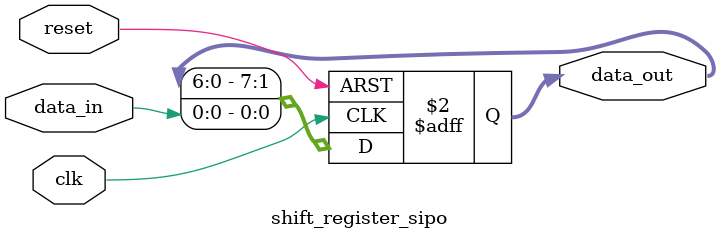
<source format=v>
module shift_register_sipo(
    input clk,
    input reset,
    input data_in,       // dữ liệu đầu vào nối tiếp
    output reg [7:0] data_out // dữ liệu đầu ra song song
);

    always @(posedge clk or posedge reset) begin
        if (reset) begin
            data_out <= 8'b0;
        end else begin
            // Dịch dữ liệu vào từ bên phải
            data_out <= {data_out[6:0], data_in};
        end
    end
endmodule 
</source>
